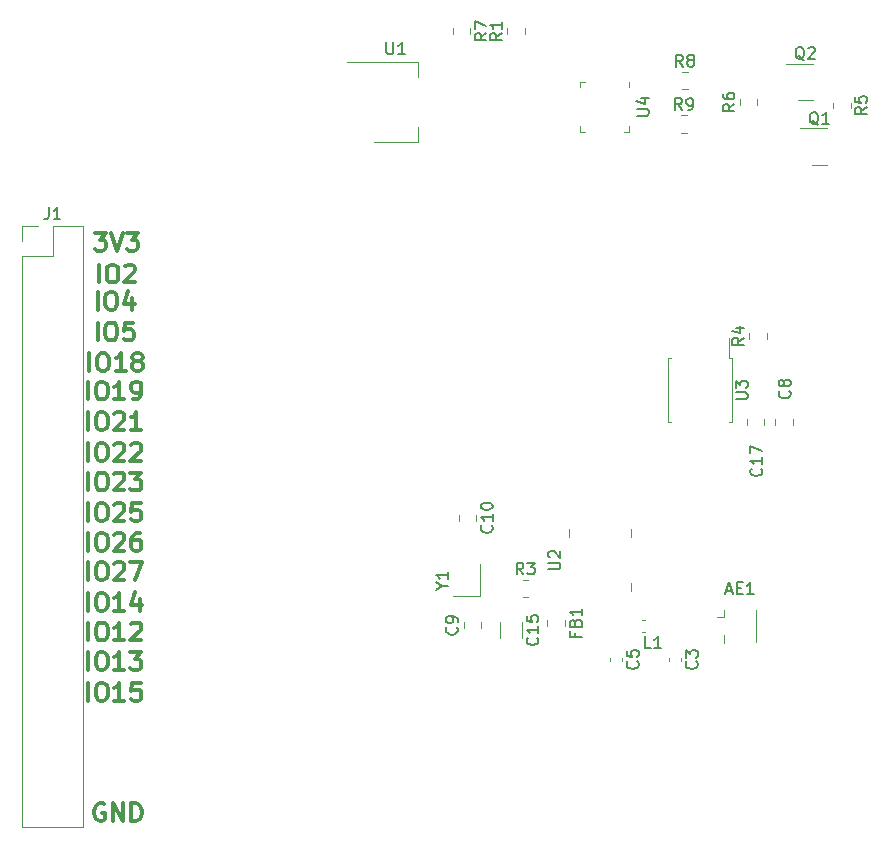
<source format=gbr>
%TF.GenerationSoftware,KiCad,Pcbnew,6.0.11-3.fc37*%
%TF.CreationDate,2023-03-10T11:04:47-06:00*%
%TF.ProjectId,ESP32,45535033-322e-46b6-9963-61645f706362,rev?*%
%TF.SameCoordinates,Original*%
%TF.FileFunction,Legend,Top*%
%TF.FilePolarity,Positive*%
%FSLAX46Y46*%
G04 Gerber Fmt 4.6, Leading zero omitted, Abs format (unit mm)*
G04 Created by KiCad (PCBNEW 6.0.11-3.fc37) date 2023-03-10 11:04:47*
%MOMM*%
%LPD*%
G01*
G04 APERTURE LIST*
%ADD10C,0.300000*%
%ADD11C,0.150000*%
%ADD12C,0.120000*%
G04 APERTURE END LIST*
D10*
X26685714Y-64078571D02*
X26685714Y-62578571D01*
X27685714Y-62578571D02*
X27971428Y-62578571D01*
X28114285Y-62650000D01*
X28257142Y-62792857D01*
X28328571Y-63078571D01*
X28328571Y-63578571D01*
X28257142Y-63864285D01*
X28114285Y-64007142D01*
X27971428Y-64078571D01*
X27685714Y-64078571D01*
X27542857Y-64007142D01*
X27400000Y-63864285D01*
X27328571Y-63578571D01*
X27328571Y-63078571D01*
X27400000Y-62792857D01*
X27542857Y-62650000D01*
X27685714Y-62578571D01*
X28900000Y-62721428D02*
X28971428Y-62650000D01*
X29114285Y-62578571D01*
X29471428Y-62578571D01*
X29614285Y-62650000D01*
X29685714Y-62721428D01*
X29757142Y-62864285D01*
X29757142Y-63007142D01*
X29685714Y-63221428D01*
X28828571Y-64078571D01*
X29757142Y-64078571D01*
X30257142Y-62578571D02*
X31185714Y-62578571D01*
X30685714Y-63150000D01*
X30900000Y-63150000D01*
X31042857Y-63221428D01*
X31114285Y-63292857D01*
X31185714Y-63435714D01*
X31185714Y-63792857D01*
X31114285Y-63935714D01*
X31042857Y-64007142D01*
X30900000Y-64078571D01*
X30471428Y-64078571D01*
X30328571Y-64007142D01*
X30257142Y-63935714D01*
X26685714Y-81878571D02*
X26685714Y-80378571D01*
X27685714Y-80378571D02*
X27971428Y-80378571D01*
X28114285Y-80450000D01*
X28257142Y-80592857D01*
X28328571Y-80878571D01*
X28328571Y-81378571D01*
X28257142Y-81664285D01*
X28114285Y-81807142D01*
X27971428Y-81878571D01*
X27685714Y-81878571D01*
X27542857Y-81807142D01*
X27400000Y-81664285D01*
X27328571Y-81378571D01*
X27328571Y-80878571D01*
X27400000Y-80592857D01*
X27542857Y-80450000D01*
X27685714Y-80378571D01*
X29757142Y-81878571D02*
X28900000Y-81878571D01*
X29328571Y-81878571D02*
X29328571Y-80378571D01*
X29185714Y-80592857D01*
X29042857Y-80735714D01*
X28900000Y-80807142D01*
X31114285Y-80378571D02*
X30400000Y-80378571D01*
X30328571Y-81092857D01*
X30400000Y-81021428D01*
X30542857Y-80950000D01*
X30900000Y-80950000D01*
X31042857Y-81021428D01*
X31114285Y-81092857D01*
X31185714Y-81235714D01*
X31185714Y-81592857D01*
X31114285Y-81735714D01*
X31042857Y-81807142D01*
X30900000Y-81878571D01*
X30542857Y-81878571D01*
X30400000Y-81807142D01*
X30328571Y-81735714D01*
X28057142Y-90650000D02*
X27914285Y-90578571D01*
X27700000Y-90578571D01*
X27485714Y-90650000D01*
X27342857Y-90792857D01*
X27271428Y-90935714D01*
X27200000Y-91221428D01*
X27200000Y-91435714D01*
X27271428Y-91721428D01*
X27342857Y-91864285D01*
X27485714Y-92007142D01*
X27700000Y-92078571D01*
X27842857Y-92078571D01*
X28057142Y-92007142D01*
X28128571Y-91935714D01*
X28128571Y-91435714D01*
X27842857Y-91435714D01*
X28771428Y-92078571D02*
X28771428Y-90578571D01*
X29628571Y-92078571D01*
X29628571Y-90578571D01*
X30342857Y-92078571D02*
X30342857Y-90578571D01*
X30700000Y-90578571D01*
X30914285Y-90650000D01*
X31057142Y-90792857D01*
X31128571Y-90935714D01*
X31200000Y-91221428D01*
X31200000Y-91435714D01*
X31128571Y-91721428D01*
X31057142Y-91864285D01*
X30914285Y-92007142D01*
X30700000Y-92078571D01*
X30342857Y-92078571D01*
X26685714Y-61578571D02*
X26685714Y-60078571D01*
X27685714Y-60078571D02*
X27971428Y-60078571D01*
X28114285Y-60150000D01*
X28257142Y-60292857D01*
X28328571Y-60578571D01*
X28328571Y-61078571D01*
X28257142Y-61364285D01*
X28114285Y-61507142D01*
X27971428Y-61578571D01*
X27685714Y-61578571D01*
X27542857Y-61507142D01*
X27400000Y-61364285D01*
X27328571Y-61078571D01*
X27328571Y-60578571D01*
X27400000Y-60292857D01*
X27542857Y-60150000D01*
X27685714Y-60078571D01*
X28900000Y-60221428D02*
X28971428Y-60150000D01*
X29114285Y-60078571D01*
X29471428Y-60078571D01*
X29614285Y-60150000D01*
X29685714Y-60221428D01*
X29757142Y-60364285D01*
X29757142Y-60507142D01*
X29685714Y-60721428D01*
X28828571Y-61578571D01*
X29757142Y-61578571D01*
X30328571Y-60221428D02*
X30400000Y-60150000D01*
X30542857Y-60078571D01*
X30900000Y-60078571D01*
X31042857Y-60150000D01*
X31114285Y-60221428D01*
X31185714Y-60364285D01*
X31185714Y-60507142D01*
X31114285Y-60721428D01*
X30257142Y-61578571D01*
X31185714Y-61578571D01*
X26685714Y-58978571D02*
X26685714Y-57478571D01*
X27685714Y-57478571D02*
X27971428Y-57478571D01*
X28114285Y-57550000D01*
X28257142Y-57692857D01*
X28328571Y-57978571D01*
X28328571Y-58478571D01*
X28257142Y-58764285D01*
X28114285Y-58907142D01*
X27971428Y-58978571D01*
X27685714Y-58978571D01*
X27542857Y-58907142D01*
X27400000Y-58764285D01*
X27328571Y-58478571D01*
X27328571Y-57978571D01*
X27400000Y-57692857D01*
X27542857Y-57550000D01*
X27685714Y-57478571D01*
X28900000Y-57621428D02*
X28971428Y-57550000D01*
X29114285Y-57478571D01*
X29471428Y-57478571D01*
X29614285Y-57550000D01*
X29685714Y-57621428D01*
X29757142Y-57764285D01*
X29757142Y-57907142D01*
X29685714Y-58121428D01*
X28828571Y-58978571D01*
X29757142Y-58978571D01*
X31185714Y-58978571D02*
X30328571Y-58978571D01*
X30757142Y-58978571D02*
X30757142Y-57478571D01*
X30614285Y-57692857D01*
X30471428Y-57835714D01*
X30328571Y-57907142D01*
X27500000Y-48778571D02*
X27500000Y-47278571D01*
X28500000Y-47278571D02*
X28785714Y-47278571D01*
X28928571Y-47350000D01*
X29071428Y-47492857D01*
X29142857Y-47778571D01*
X29142857Y-48278571D01*
X29071428Y-48564285D01*
X28928571Y-48707142D01*
X28785714Y-48778571D01*
X28500000Y-48778571D01*
X28357142Y-48707142D01*
X28214285Y-48564285D01*
X28142857Y-48278571D01*
X28142857Y-47778571D01*
X28214285Y-47492857D01*
X28357142Y-47350000D01*
X28500000Y-47278571D01*
X30428571Y-47778571D02*
X30428571Y-48778571D01*
X30071428Y-47207142D02*
X29714285Y-48278571D01*
X30642857Y-48278571D01*
X26685714Y-76778571D02*
X26685714Y-75278571D01*
X27685714Y-75278571D02*
X27971428Y-75278571D01*
X28114285Y-75350000D01*
X28257142Y-75492857D01*
X28328571Y-75778571D01*
X28328571Y-76278571D01*
X28257142Y-76564285D01*
X28114285Y-76707142D01*
X27971428Y-76778571D01*
X27685714Y-76778571D01*
X27542857Y-76707142D01*
X27400000Y-76564285D01*
X27328571Y-76278571D01*
X27328571Y-75778571D01*
X27400000Y-75492857D01*
X27542857Y-75350000D01*
X27685714Y-75278571D01*
X29757142Y-76778571D02*
X28900000Y-76778571D01*
X29328571Y-76778571D02*
X29328571Y-75278571D01*
X29185714Y-75492857D01*
X29042857Y-75635714D01*
X28900000Y-75707142D01*
X30328571Y-75421428D02*
X30400000Y-75350000D01*
X30542857Y-75278571D01*
X30900000Y-75278571D01*
X31042857Y-75350000D01*
X31114285Y-75421428D01*
X31185714Y-75564285D01*
X31185714Y-75707142D01*
X31114285Y-75921428D01*
X30257142Y-76778571D01*
X31185714Y-76778571D01*
X27600000Y-46478571D02*
X27600000Y-44978571D01*
X28600000Y-44978571D02*
X28885714Y-44978571D01*
X29028571Y-45050000D01*
X29171428Y-45192857D01*
X29242857Y-45478571D01*
X29242857Y-45978571D01*
X29171428Y-46264285D01*
X29028571Y-46407142D01*
X28885714Y-46478571D01*
X28600000Y-46478571D01*
X28457142Y-46407142D01*
X28314285Y-46264285D01*
X28242857Y-45978571D01*
X28242857Y-45478571D01*
X28314285Y-45192857D01*
X28457142Y-45050000D01*
X28600000Y-44978571D01*
X29814285Y-45121428D02*
X29885714Y-45050000D01*
X30028571Y-44978571D01*
X30385714Y-44978571D01*
X30528571Y-45050000D01*
X30600000Y-45121428D01*
X30671428Y-45264285D01*
X30671428Y-45407142D01*
X30600000Y-45621428D01*
X29742857Y-46478571D01*
X30671428Y-46478571D01*
X26785714Y-53978571D02*
X26785714Y-52478571D01*
X27785714Y-52478571D02*
X28071428Y-52478571D01*
X28214285Y-52550000D01*
X28357142Y-52692857D01*
X28428571Y-52978571D01*
X28428571Y-53478571D01*
X28357142Y-53764285D01*
X28214285Y-53907142D01*
X28071428Y-53978571D01*
X27785714Y-53978571D01*
X27642857Y-53907142D01*
X27500000Y-53764285D01*
X27428571Y-53478571D01*
X27428571Y-52978571D01*
X27500000Y-52692857D01*
X27642857Y-52550000D01*
X27785714Y-52478571D01*
X29857142Y-53978571D02*
X29000000Y-53978571D01*
X29428571Y-53978571D02*
X29428571Y-52478571D01*
X29285714Y-52692857D01*
X29142857Y-52835714D01*
X29000000Y-52907142D01*
X30714285Y-53121428D02*
X30571428Y-53050000D01*
X30500000Y-52978571D01*
X30428571Y-52835714D01*
X30428571Y-52764285D01*
X30500000Y-52621428D01*
X30571428Y-52550000D01*
X30714285Y-52478571D01*
X31000000Y-52478571D01*
X31142857Y-52550000D01*
X31214285Y-52621428D01*
X31285714Y-52764285D01*
X31285714Y-52835714D01*
X31214285Y-52978571D01*
X31142857Y-53050000D01*
X31000000Y-53121428D01*
X30714285Y-53121428D01*
X30571428Y-53192857D01*
X30500000Y-53264285D01*
X30428571Y-53407142D01*
X30428571Y-53692857D01*
X30500000Y-53835714D01*
X30571428Y-53907142D01*
X30714285Y-53978571D01*
X31000000Y-53978571D01*
X31142857Y-53907142D01*
X31214285Y-53835714D01*
X31285714Y-53692857D01*
X31285714Y-53407142D01*
X31214285Y-53264285D01*
X31142857Y-53192857D01*
X31000000Y-53121428D01*
X26685714Y-69178571D02*
X26685714Y-67678571D01*
X27685714Y-67678571D02*
X27971428Y-67678571D01*
X28114285Y-67750000D01*
X28257142Y-67892857D01*
X28328571Y-68178571D01*
X28328571Y-68678571D01*
X28257142Y-68964285D01*
X28114285Y-69107142D01*
X27971428Y-69178571D01*
X27685714Y-69178571D01*
X27542857Y-69107142D01*
X27400000Y-68964285D01*
X27328571Y-68678571D01*
X27328571Y-68178571D01*
X27400000Y-67892857D01*
X27542857Y-67750000D01*
X27685714Y-67678571D01*
X28900000Y-67821428D02*
X28971428Y-67750000D01*
X29114285Y-67678571D01*
X29471428Y-67678571D01*
X29614285Y-67750000D01*
X29685714Y-67821428D01*
X29757142Y-67964285D01*
X29757142Y-68107142D01*
X29685714Y-68321428D01*
X28828571Y-69178571D01*
X29757142Y-69178571D01*
X31042857Y-67678571D02*
X30757142Y-67678571D01*
X30614285Y-67750000D01*
X30542857Y-67821428D01*
X30400000Y-68035714D01*
X30328571Y-68321428D01*
X30328571Y-68892857D01*
X30400000Y-69035714D01*
X30471428Y-69107142D01*
X30614285Y-69178571D01*
X30900000Y-69178571D01*
X31042857Y-69107142D01*
X31114285Y-69035714D01*
X31185714Y-68892857D01*
X31185714Y-68535714D01*
X31114285Y-68392857D01*
X31042857Y-68321428D01*
X30900000Y-68250000D01*
X30614285Y-68250000D01*
X30471428Y-68321428D01*
X30400000Y-68392857D01*
X30328571Y-68535714D01*
X27242857Y-42278571D02*
X28171428Y-42278571D01*
X27671428Y-42850000D01*
X27885714Y-42850000D01*
X28028571Y-42921428D01*
X28100000Y-42992857D01*
X28171428Y-43135714D01*
X28171428Y-43492857D01*
X28100000Y-43635714D01*
X28028571Y-43707142D01*
X27885714Y-43778571D01*
X27457142Y-43778571D01*
X27314285Y-43707142D01*
X27242857Y-43635714D01*
X28600000Y-42278571D02*
X29100000Y-43778571D01*
X29600000Y-42278571D01*
X29957142Y-42278571D02*
X30885714Y-42278571D01*
X30385714Y-42850000D01*
X30600000Y-42850000D01*
X30742857Y-42921428D01*
X30814285Y-42992857D01*
X30885714Y-43135714D01*
X30885714Y-43492857D01*
X30814285Y-43635714D01*
X30742857Y-43707142D01*
X30600000Y-43778571D01*
X30171428Y-43778571D01*
X30028571Y-43707142D01*
X29957142Y-43635714D01*
X26685714Y-56378571D02*
X26685714Y-54878571D01*
X27685714Y-54878571D02*
X27971428Y-54878571D01*
X28114285Y-54950000D01*
X28257142Y-55092857D01*
X28328571Y-55378571D01*
X28328571Y-55878571D01*
X28257142Y-56164285D01*
X28114285Y-56307142D01*
X27971428Y-56378571D01*
X27685714Y-56378571D01*
X27542857Y-56307142D01*
X27400000Y-56164285D01*
X27328571Y-55878571D01*
X27328571Y-55378571D01*
X27400000Y-55092857D01*
X27542857Y-54950000D01*
X27685714Y-54878571D01*
X29757142Y-56378571D02*
X28900000Y-56378571D01*
X29328571Y-56378571D02*
X29328571Y-54878571D01*
X29185714Y-55092857D01*
X29042857Y-55235714D01*
X28900000Y-55307142D01*
X30471428Y-56378571D02*
X30757142Y-56378571D01*
X30900000Y-56307142D01*
X30971428Y-56235714D01*
X31114285Y-56021428D01*
X31185714Y-55735714D01*
X31185714Y-55164285D01*
X31114285Y-55021428D01*
X31042857Y-54950000D01*
X30900000Y-54878571D01*
X30614285Y-54878571D01*
X30471428Y-54950000D01*
X30400000Y-55021428D01*
X30328571Y-55164285D01*
X30328571Y-55521428D01*
X30400000Y-55664285D01*
X30471428Y-55735714D01*
X30614285Y-55807142D01*
X30900000Y-55807142D01*
X31042857Y-55735714D01*
X31114285Y-55664285D01*
X31185714Y-55521428D01*
X26685714Y-74278571D02*
X26685714Y-72778571D01*
X27685714Y-72778571D02*
X27971428Y-72778571D01*
X28114285Y-72850000D01*
X28257142Y-72992857D01*
X28328571Y-73278571D01*
X28328571Y-73778571D01*
X28257142Y-74064285D01*
X28114285Y-74207142D01*
X27971428Y-74278571D01*
X27685714Y-74278571D01*
X27542857Y-74207142D01*
X27400000Y-74064285D01*
X27328571Y-73778571D01*
X27328571Y-73278571D01*
X27400000Y-72992857D01*
X27542857Y-72850000D01*
X27685714Y-72778571D01*
X29757142Y-74278571D02*
X28900000Y-74278571D01*
X29328571Y-74278571D02*
X29328571Y-72778571D01*
X29185714Y-72992857D01*
X29042857Y-73135714D01*
X28900000Y-73207142D01*
X31042857Y-73278571D02*
X31042857Y-74278571D01*
X30685714Y-72707142D02*
X30328571Y-73778571D01*
X31257142Y-73778571D01*
X26685714Y-79278571D02*
X26685714Y-77778571D01*
X27685714Y-77778571D02*
X27971428Y-77778571D01*
X28114285Y-77850000D01*
X28257142Y-77992857D01*
X28328571Y-78278571D01*
X28328571Y-78778571D01*
X28257142Y-79064285D01*
X28114285Y-79207142D01*
X27971428Y-79278571D01*
X27685714Y-79278571D01*
X27542857Y-79207142D01*
X27400000Y-79064285D01*
X27328571Y-78778571D01*
X27328571Y-78278571D01*
X27400000Y-77992857D01*
X27542857Y-77850000D01*
X27685714Y-77778571D01*
X29757142Y-79278571D02*
X28900000Y-79278571D01*
X29328571Y-79278571D02*
X29328571Y-77778571D01*
X29185714Y-77992857D01*
X29042857Y-78135714D01*
X28900000Y-78207142D01*
X30257142Y-77778571D02*
X31185714Y-77778571D01*
X30685714Y-78350000D01*
X30900000Y-78350000D01*
X31042857Y-78421428D01*
X31114285Y-78492857D01*
X31185714Y-78635714D01*
X31185714Y-78992857D01*
X31114285Y-79135714D01*
X31042857Y-79207142D01*
X30900000Y-79278571D01*
X30471428Y-79278571D01*
X30328571Y-79207142D01*
X30257142Y-79135714D01*
X27500000Y-51378571D02*
X27500000Y-49878571D01*
X28500000Y-49878571D02*
X28785714Y-49878571D01*
X28928571Y-49950000D01*
X29071428Y-50092857D01*
X29142857Y-50378571D01*
X29142857Y-50878571D01*
X29071428Y-51164285D01*
X28928571Y-51307142D01*
X28785714Y-51378571D01*
X28500000Y-51378571D01*
X28357142Y-51307142D01*
X28214285Y-51164285D01*
X28142857Y-50878571D01*
X28142857Y-50378571D01*
X28214285Y-50092857D01*
X28357142Y-49950000D01*
X28500000Y-49878571D01*
X30500000Y-49878571D02*
X29785714Y-49878571D01*
X29714285Y-50592857D01*
X29785714Y-50521428D01*
X29928571Y-50450000D01*
X30285714Y-50450000D01*
X30428571Y-50521428D01*
X30500000Y-50592857D01*
X30571428Y-50735714D01*
X30571428Y-51092857D01*
X30500000Y-51235714D01*
X30428571Y-51307142D01*
X30285714Y-51378571D01*
X29928571Y-51378571D01*
X29785714Y-51307142D01*
X29714285Y-51235714D01*
X26685714Y-71678571D02*
X26685714Y-70178571D01*
X27685714Y-70178571D02*
X27971428Y-70178571D01*
X28114285Y-70250000D01*
X28257142Y-70392857D01*
X28328571Y-70678571D01*
X28328571Y-71178571D01*
X28257142Y-71464285D01*
X28114285Y-71607142D01*
X27971428Y-71678571D01*
X27685714Y-71678571D01*
X27542857Y-71607142D01*
X27400000Y-71464285D01*
X27328571Y-71178571D01*
X27328571Y-70678571D01*
X27400000Y-70392857D01*
X27542857Y-70250000D01*
X27685714Y-70178571D01*
X28900000Y-70321428D02*
X28971428Y-70250000D01*
X29114285Y-70178571D01*
X29471428Y-70178571D01*
X29614285Y-70250000D01*
X29685714Y-70321428D01*
X29757142Y-70464285D01*
X29757142Y-70607142D01*
X29685714Y-70821428D01*
X28828571Y-71678571D01*
X29757142Y-71678571D01*
X30257142Y-70178571D02*
X31257142Y-70178571D01*
X30614285Y-71678571D01*
X26685714Y-66678571D02*
X26685714Y-65178571D01*
X27685714Y-65178571D02*
X27971428Y-65178571D01*
X28114285Y-65250000D01*
X28257142Y-65392857D01*
X28328571Y-65678571D01*
X28328571Y-66178571D01*
X28257142Y-66464285D01*
X28114285Y-66607142D01*
X27971428Y-66678571D01*
X27685714Y-66678571D01*
X27542857Y-66607142D01*
X27400000Y-66464285D01*
X27328571Y-66178571D01*
X27328571Y-65678571D01*
X27400000Y-65392857D01*
X27542857Y-65250000D01*
X27685714Y-65178571D01*
X28900000Y-65321428D02*
X28971428Y-65250000D01*
X29114285Y-65178571D01*
X29471428Y-65178571D01*
X29614285Y-65250000D01*
X29685714Y-65321428D01*
X29757142Y-65464285D01*
X29757142Y-65607142D01*
X29685714Y-65821428D01*
X28828571Y-66678571D01*
X29757142Y-66678571D01*
X31114285Y-65178571D02*
X30400000Y-65178571D01*
X30328571Y-65892857D01*
X30400000Y-65821428D01*
X30542857Y-65750000D01*
X30900000Y-65750000D01*
X31042857Y-65821428D01*
X31114285Y-65892857D01*
X31185714Y-66035714D01*
X31185714Y-66392857D01*
X31114285Y-66535714D01*
X31042857Y-66607142D01*
X30900000Y-66678571D01*
X30542857Y-66678571D01*
X30400000Y-66607142D01*
X30328571Y-66535714D01*
D11*
%TO.C,U3*%
X81512380Y-56361904D02*
X82321904Y-56361904D01*
X82417142Y-56314285D01*
X82464761Y-56266666D01*
X82512380Y-56171428D01*
X82512380Y-55980952D01*
X82464761Y-55885714D01*
X82417142Y-55838095D01*
X82321904Y-55790476D01*
X81512380Y-55790476D01*
X81512380Y-55409523D02*
X81512380Y-54790476D01*
X81893333Y-55123809D01*
X81893333Y-54980952D01*
X81940952Y-54885714D01*
X81988571Y-54838095D01*
X82083809Y-54790476D01*
X82321904Y-54790476D01*
X82417142Y-54838095D01*
X82464761Y-54885714D01*
X82512380Y-54980952D01*
X82512380Y-55266666D01*
X82464761Y-55361904D01*
X82417142Y-55409523D01*
%TO.C,AE1*%
X80708333Y-72566666D02*
X81184523Y-72566666D01*
X80613095Y-72852380D02*
X80946428Y-71852380D01*
X81279761Y-72852380D01*
X81613095Y-72328571D02*
X81946428Y-72328571D01*
X82089285Y-72852380D02*
X81613095Y-72852380D01*
X81613095Y-71852380D01*
X82089285Y-71852380D01*
X83041666Y-72852380D02*
X82470238Y-72852380D01*
X82755952Y-72852380D02*
X82755952Y-71852380D01*
X82660714Y-71995238D01*
X82565476Y-72090476D01*
X82470238Y-72138095D01*
%TO.C,U1*%
X51938095Y-26152380D02*
X51938095Y-26961904D01*
X51985714Y-27057142D01*
X52033333Y-27104761D01*
X52128571Y-27152380D01*
X52319047Y-27152380D01*
X52414285Y-27104761D01*
X52461904Y-27057142D01*
X52509523Y-26961904D01*
X52509523Y-26152380D01*
X53509523Y-27152380D02*
X52938095Y-27152380D01*
X53223809Y-27152380D02*
X53223809Y-26152380D01*
X53128571Y-26295238D01*
X53033333Y-26390476D01*
X52938095Y-26438095D01*
%TO.C,R9*%
X76958333Y-31877380D02*
X76625000Y-31401190D01*
X76386904Y-31877380D02*
X76386904Y-30877380D01*
X76767857Y-30877380D01*
X76863095Y-30925000D01*
X76910714Y-30972619D01*
X76958333Y-31067857D01*
X76958333Y-31210714D01*
X76910714Y-31305952D01*
X76863095Y-31353571D01*
X76767857Y-31401190D01*
X76386904Y-31401190D01*
X77434523Y-31877380D02*
X77625000Y-31877380D01*
X77720238Y-31829761D01*
X77767857Y-31782142D01*
X77863095Y-31639285D01*
X77910714Y-31448809D01*
X77910714Y-31067857D01*
X77863095Y-30972619D01*
X77815476Y-30925000D01*
X77720238Y-30877380D01*
X77529761Y-30877380D01*
X77434523Y-30925000D01*
X77386904Y-30972619D01*
X77339285Y-31067857D01*
X77339285Y-31305952D01*
X77386904Y-31401190D01*
X77434523Y-31448809D01*
X77529761Y-31496428D01*
X77720238Y-31496428D01*
X77815476Y-31448809D01*
X77863095Y-31401190D01*
X77910714Y-31305952D01*
%TO.C,Y1*%
X56676190Y-72176190D02*
X57152380Y-72176190D01*
X56152380Y-72509523D02*
X56676190Y-72176190D01*
X56152380Y-71842857D01*
X57152380Y-70985714D02*
X57152380Y-71557142D01*
X57152380Y-71271428D02*
X56152380Y-71271428D01*
X56295238Y-71366666D01*
X56390476Y-71461904D01*
X56438095Y-71557142D01*
%TO.C,R7*%
X60402380Y-25366666D02*
X59926190Y-25700000D01*
X60402380Y-25938095D02*
X59402380Y-25938095D01*
X59402380Y-25557142D01*
X59450000Y-25461904D01*
X59497619Y-25414285D01*
X59592857Y-25366666D01*
X59735714Y-25366666D01*
X59830952Y-25414285D01*
X59878571Y-25461904D01*
X59926190Y-25557142D01*
X59926190Y-25938095D01*
X59402380Y-25033333D02*
X59402380Y-24366666D01*
X60402380Y-24795238D01*
%TO.C,R6*%
X81402380Y-31366666D02*
X80926190Y-31700000D01*
X81402380Y-31938095D02*
X80402380Y-31938095D01*
X80402380Y-31557142D01*
X80450000Y-31461904D01*
X80497619Y-31414285D01*
X80592857Y-31366666D01*
X80735714Y-31366666D01*
X80830952Y-31414285D01*
X80878571Y-31461904D01*
X80926190Y-31557142D01*
X80926190Y-31938095D01*
X80402380Y-30509523D02*
X80402380Y-30700000D01*
X80450000Y-30795238D01*
X80497619Y-30842857D01*
X80640476Y-30938095D01*
X80830952Y-30985714D01*
X81211904Y-30985714D01*
X81307142Y-30938095D01*
X81354761Y-30890476D01*
X81402380Y-30795238D01*
X81402380Y-30604761D01*
X81354761Y-30509523D01*
X81307142Y-30461904D01*
X81211904Y-30414285D01*
X80973809Y-30414285D01*
X80878571Y-30461904D01*
X80830952Y-30509523D01*
X80783333Y-30604761D01*
X80783333Y-30795238D01*
X80830952Y-30890476D01*
X80878571Y-30938095D01*
X80973809Y-30985714D01*
%TO.C,R5*%
X92602380Y-31654166D02*
X92126190Y-31987500D01*
X92602380Y-32225595D02*
X91602380Y-32225595D01*
X91602380Y-31844642D01*
X91650000Y-31749404D01*
X91697619Y-31701785D01*
X91792857Y-31654166D01*
X91935714Y-31654166D01*
X92030952Y-31701785D01*
X92078571Y-31749404D01*
X92126190Y-31844642D01*
X92126190Y-32225595D01*
X91602380Y-30749404D02*
X91602380Y-31225595D01*
X92078571Y-31273214D01*
X92030952Y-31225595D01*
X91983333Y-31130357D01*
X91983333Y-30892261D01*
X92030952Y-30797023D01*
X92078571Y-30749404D01*
X92173809Y-30701785D01*
X92411904Y-30701785D01*
X92507142Y-30749404D01*
X92554761Y-30797023D01*
X92602380Y-30892261D01*
X92602380Y-31130357D01*
X92554761Y-31225595D01*
X92507142Y-31273214D01*
%TO.C,L1*%
X74333333Y-77452380D02*
X73857142Y-77452380D01*
X73857142Y-76452380D01*
X75190476Y-77452380D02*
X74619047Y-77452380D01*
X74904761Y-77452380D02*
X74904761Y-76452380D01*
X74809523Y-76595238D01*
X74714285Y-76690476D01*
X74619047Y-76738095D01*
%TO.C,R4*%
X82202380Y-51166666D02*
X81726190Y-51500000D01*
X82202380Y-51738095D02*
X81202380Y-51738095D01*
X81202380Y-51357142D01*
X81250000Y-51261904D01*
X81297619Y-51214285D01*
X81392857Y-51166666D01*
X81535714Y-51166666D01*
X81630952Y-51214285D01*
X81678571Y-51261904D01*
X81726190Y-51357142D01*
X81726190Y-51738095D01*
X81535714Y-50309523D02*
X82202380Y-50309523D01*
X81154761Y-50547619D02*
X81869047Y-50785714D01*
X81869047Y-50166666D01*
%TO.C,Q2*%
X87304761Y-27647619D02*
X87209523Y-27600000D01*
X87114285Y-27504761D01*
X86971428Y-27361904D01*
X86876190Y-27314285D01*
X86780952Y-27314285D01*
X86828571Y-27552380D02*
X86733333Y-27504761D01*
X86638095Y-27409523D01*
X86590476Y-27219047D01*
X86590476Y-26885714D01*
X86638095Y-26695238D01*
X86733333Y-26600000D01*
X86828571Y-26552380D01*
X87019047Y-26552380D01*
X87114285Y-26600000D01*
X87209523Y-26695238D01*
X87257142Y-26885714D01*
X87257142Y-27219047D01*
X87209523Y-27409523D01*
X87114285Y-27504761D01*
X87019047Y-27552380D01*
X86828571Y-27552380D01*
X87638095Y-26647619D02*
X87685714Y-26600000D01*
X87780952Y-26552380D01*
X88019047Y-26552380D01*
X88114285Y-26600000D01*
X88161904Y-26647619D01*
X88209523Y-26742857D01*
X88209523Y-26838095D01*
X88161904Y-26980952D01*
X87590476Y-27552380D01*
X88209523Y-27552380D01*
%TO.C,J1*%
X23336666Y-40122380D02*
X23336666Y-40836666D01*
X23289047Y-40979523D01*
X23193809Y-41074761D01*
X23050952Y-41122380D01*
X22955714Y-41122380D01*
X24336666Y-41122380D02*
X23765238Y-41122380D01*
X24050952Y-41122380D02*
X24050952Y-40122380D01*
X23955714Y-40265238D01*
X23860476Y-40360476D01*
X23765238Y-40408095D01*
%TO.C,C9*%
X57877142Y-75666666D02*
X57924761Y-75714285D01*
X57972380Y-75857142D01*
X57972380Y-75952380D01*
X57924761Y-76095238D01*
X57829523Y-76190476D01*
X57734285Y-76238095D01*
X57543809Y-76285714D01*
X57400952Y-76285714D01*
X57210476Y-76238095D01*
X57115238Y-76190476D01*
X57020000Y-76095238D01*
X56972380Y-75952380D01*
X56972380Y-75857142D01*
X57020000Y-75714285D01*
X57067619Y-75666666D01*
X57972380Y-75190476D02*
X57972380Y-75000000D01*
X57924761Y-74904761D01*
X57877142Y-74857142D01*
X57734285Y-74761904D01*
X57543809Y-74714285D01*
X57162857Y-74714285D01*
X57067619Y-74761904D01*
X57020000Y-74809523D01*
X56972380Y-74904761D01*
X56972380Y-75095238D01*
X57020000Y-75190476D01*
X57067619Y-75238095D01*
X57162857Y-75285714D01*
X57400952Y-75285714D01*
X57496190Y-75238095D01*
X57543809Y-75190476D01*
X57591428Y-75095238D01*
X57591428Y-74904761D01*
X57543809Y-74809523D01*
X57496190Y-74761904D01*
X57400952Y-74714285D01*
%TO.C,R8*%
X77033333Y-28202380D02*
X76700000Y-27726190D01*
X76461904Y-28202380D02*
X76461904Y-27202380D01*
X76842857Y-27202380D01*
X76938095Y-27250000D01*
X76985714Y-27297619D01*
X77033333Y-27392857D01*
X77033333Y-27535714D01*
X76985714Y-27630952D01*
X76938095Y-27678571D01*
X76842857Y-27726190D01*
X76461904Y-27726190D01*
X77604761Y-27630952D02*
X77509523Y-27583333D01*
X77461904Y-27535714D01*
X77414285Y-27440476D01*
X77414285Y-27392857D01*
X77461904Y-27297619D01*
X77509523Y-27250000D01*
X77604761Y-27202380D01*
X77795238Y-27202380D01*
X77890476Y-27250000D01*
X77938095Y-27297619D01*
X77985714Y-27392857D01*
X77985714Y-27440476D01*
X77938095Y-27535714D01*
X77890476Y-27583333D01*
X77795238Y-27630952D01*
X77604761Y-27630952D01*
X77509523Y-27678571D01*
X77461904Y-27726190D01*
X77414285Y-27821428D01*
X77414285Y-28011904D01*
X77461904Y-28107142D01*
X77509523Y-28154761D01*
X77604761Y-28202380D01*
X77795238Y-28202380D01*
X77890476Y-28154761D01*
X77938095Y-28107142D01*
X77985714Y-28011904D01*
X77985714Y-27821428D01*
X77938095Y-27726190D01*
X77890476Y-27678571D01*
X77795238Y-27630952D01*
%TO.C,C3*%
X78187142Y-78566666D02*
X78234761Y-78614285D01*
X78282380Y-78757142D01*
X78282380Y-78852380D01*
X78234761Y-78995238D01*
X78139523Y-79090476D01*
X78044285Y-79138095D01*
X77853809Y-79185714D01*
X77710952Y-79185714D01*
X77520476Y-79138095D01*
X77425238Y-79090476D01*
X77330000Y-78995238D01*
X77282380Y-78852380D01*
X77282380Y-78757142D01*
X77330000Y-78614285D01*
X77377619Y-78566666D01*
X77282380Y-78233333D02*
X77282380Y-77614285D01*
X77663333Y-77947619D01*
X77663333Y-77804761D01*
X77710952Y-77709523D01*
X77758571Y-77661904D01*
X77853809Y-77614285D01*
X78091904Y-77614285D01*
X78187142Y-77661904D01*
X78234761Y-77709523D01*
X78282380Y-77804761D01*
X78282380Y-78090476D01*
X78234761Y-78185714D01*
X78187142Y-78233333D01*
%TO.C,FB1*%
X67928571Y-76133333D02*
X67928571Y-76466666D01*
X68452380Y-76466666D02*
X67452380Y-76466666D01*
X67452380Y-75990476D01*
X67928571Y-75276190D02*
X67976190Y-75133333D01*
X68023809Y-75085714D01*
X68119047Y-75038095D01*
X68261904Y-75038095D01*
X68357142Y-75085714D01*
X68404761Y-75133333D01*
X68452380Y-75228571D01*
X68452380Y-75609523D01*
X67452380Y-75609523D01*
X67452380Y-75276190D01*
X67500000Y-75180952D01*
X67547619Y-75133333D01*
X67642857Y-75085714D01*
X67738095Y-75085714D01*
X67833333Y-75133333D01*
X67880952Y-75180952D01*
X67928571Y-75276190D01*
X67928571Y-75609523D01*
X68452380Y-74085714D02*
X68452380Y-74657142D01*
X68452380Y-74371428D02*
X67452380Y-74371428D01*
X67595238Y-74466666D01*
X67690476Y-74561904D01*
X67738095Y-74657142D01*
%TO.C,C10*%
X60837142Y-67042857D02*
X60884761Y-67090476D01*
X60932380Y-67233333D01*
X60932380Y-67328571D01*
X60884761Y-67471428D01*
X60789523Y-67566666D01*
X60694285Y-67614285D01*
X60503809Y-67661904D01*
X60360952Y-67661904D01*
X60170476Y-67614285D01*
X60075238Y-67566666D01*
X59980000Y-67471428D01*
X59932380Y-67328571D01*
X59932380Y-67233333D01*
X59980000Y-67090476D01*
X60027619Y-67042857D01*
X60932380Y-66090476D02*
X60932380Y-66661904D01*
X60932380Y-66376190D02*
X59932380Y-66376190D01*
X60075238Y-66471428D01*
X60170476Y-66566666D01*
X60218095Y-66661904D01*
X59932380Y-65471428D02*
X59932380Y-65376190D01*
X59980000Y-65280952D01*
X60027619Y-65233333D01*
X60122857Y-65185714D01*
X60313333Y-65138095D01*
X60551428Y-65138095D01*
X60741904Y-65185714D01*
X60837142Y-65233333D01*
X60884761Y-65280952D01*
X60932380Y-65376190D01*
X60932380Y-65471428D01*
X60884761Y-65566666D01*
X60837142Y-65614285D01*
X60741904Y-65661904D01*
X60551428Y-65709523D01*
X60313333Y-65709523D01*
X60122857Y-65661904D01*
X60027619Y-65614285D01*
X59980000Y-65566666D01*
X59932380Y-65471428D01*
%TO.C,U4*%
X73152380Y-32361904D02*
X73961904Y-32361904D01*
X74057142Y-32314285D01*
X74104761Y-32266666D01*
X74152380Y-32171428D01*
X74152380Y-31980952D01*
X74104761Y-31885714D01*
X74057142Y-31838095D01*
X73961904Y-31790476D01*
X73152380Y-31790476D01*
X73485714Y-30885714D02*
X74152380Y-30885714D01*
X73104761Y-31123809D02*
X73819047Y-31361904D01*
X73819047Y-30742857D01*
%TO.C,C17*%
X83657142Y-62242857D02*
X83704761Y-62290476D01*
X83752380Y-62433333D01*
X83752380Y-62528571D01*
X83704761Y-62671428D01*
X83609523Y-62766666D01*
X83514285Y-62814285D01*
X83323809Y-62861904D01*
X83180952Y-62861904D01*
X82990476Y-62814285D01*
X82895238Y-62766666D01*
X82800000Y-62671428D01*
X82752380Y-62528571D01*
X82752380Y-62433333D01*
X82800000Y-62290476D01*
X82847619Y-62242857D01*
X83752380Y-61290476D02*
X83752380Y-61861904D01*
X83752380Y-61576190D02*
X82752380Y-61576190D01*
X82895238Y-61671428D01*
X82990476Y-61766666D01*
X83038095Y-61861904D01*
X82752380Y-60957142D02*
X82752380Y-60290476D01*
X83752380Y-60719047D01*
%TO.C,C15*%
X64707142Y-76542857D02*
X64754761Y-76590476D01*
X64802380Y-76733333D01*
X64802380Y-76828571D01*
X64754761Y-76971428D01*
X64659523Y-77066666D01*
X64564285Y-77114285D01*
X64373809Y-77161904D01*
X64230952Y-77161904D01*
X64040476Y-77114285D01*
X63945238Y-77066666D01*
X63850000Y-76971428D01*
X63802380Y-76828571D01*
X63802380Y-76733333D01*
X63850000Y-76590476D01*
X63897619Y-76542857D01*
X64802380Y-75590476D02*
X64802380Y-76161904D01*
X64802380Y-75876190D02*
X63802380Y-75876190D01*
X63945238Y-75971428D01*
X64040476Y-76066666D01*
X64088095Y-76161904D01*
X63802380Y-74685714D02*
X63802380Y-75161904D01*
X64278571Y-75209523D01*
X64230952Y-75161904D01*
X64183333Y-75066666D01*
X64183333Y-74828571D01*
X64230952Y-74733333D01*
X64278571Y-74685714D01*
X64373809Y-74638095D01*
X64611904Y-74638095D01*
X64707142Y-74685714D01*
X64754761Y-74733333D01*
X64802380Y-74828571D01*
X64802380Y-75066666D01*
X64754761Y-75161904D01*
X64707142Y-75209523D01*
%TO.C,R3*%
X63533333Y-71202380D02*
X63200000Y-70726190D01*
X62961904Y-71202380D02*
X62961904Y-70202380D01*
X63342857Y-70202380D01*
X63438095Y-70250000D01*
X63485714Y-70297619D01*
X63533333Y-70392857D01*
X63533333Y-70535714D01*
X63485714Y-70630952D01*
X63438095Y-70678571D01*
X63342857Y-70726190D01*
X62961904Y-70726190D01*
X63866666Y-70202380D02*
X64485714Y-70202380D01*
X64152380Y-70583333D01*
X64295238Y-70583333D01*
X64390476Y-70630952D01*
X64438095Y-70678571D01*
X64485714Y-70773809D01*
X64485714Y-71011904D01*
X64438095Y-71107142D01*
X64390476Y-71154761D01*
X64295238Y-71202380D01*
X64009523Y-71202380D01*
X63914285Y-71154761D01*
X63866666Y-71107142D01*
%TO.C,U2*%
X65652380Y-70761904D02*
X66461904Y-70761904D01*
X66557142Y-70714285D01*
X66604761Y-70666666D01*
X66652380Y-70571428D01*
X66652380Y-70380952D01*
X66604761Y-70285714D01*
X66557142Y-70238095D01*
X66461904Y-70190476D01*
X65652380Y-70190476D01*
X65747619Y-69761904D02*
X65700000Y-69714285D01*
X65652380Y-69619047D01*
X65652380Y-69380952D01*
X65700000Y-69285714D01*
X65747619Y-69238095D01*
X65842857Y-69190476D01*
X65938095Y-69190476D01*
X66080952Y-69238095D01*
X66652380Y-69809523D01*
X66652380Y-69190476D01*
%TO.C,C5*%
X73187142Y-78566666D02*
X73234761Y-78614285D01*
X73282380Y-78757142D01*
X73282380Y-78852380D01*
X73234761Y-78995238D01*
X73139523Y-79090476D01*
X73044285Y-79138095D01*
X72853809Y-79185714D01*
X72710952Y-79185714D01*
X72520476Y-79138095D01*
X72425238Y-79090476D01*
X72330000Y-78995238D01*
X72282380Y-78852380D01*
X72282380Y-78757142D01*
X72330000Y-78614285D01*
X72377619Y-78566666D01*
X72282380Y-77661904D02*
X72282380Y-78138095D01*
X72758571Y-78185714D01*
X72710952Y-78138095D01*
X72663333Y-78042857D01*
X72663333Y-77804761D01*
X72710952Y-77709523D01*
X72758571Y-77661904D01*
X72853809Y-77614285D01*
X73091904Y-77614285D01*
X73187142Y-77661904D01*
X73234761Y-77709523D01*
X73282380Y-77804761D01*
X73282380Y-78042857D01*
X73234761Y-78138095D01*
X73187142Y-78185714D01*
%TO.C,Q1*%
X88504761Y-33147619D02*
X88409523Y-33100000D01*
X88314285Y-33004761D01*
X88171428Y-32861904D01*
X88076190Y-32814285D01*
X87980952Y-32814285D01*
X88028571Y-33052380D02*
X87933333Y-33004761D01*
X87838095Y-32909523D01*
X87790476Y-32719047D01*
X87790476Y-32385714D01*
X87838095Y-32195238D01*
X87933333Y-32100000D01*
X88028571Y-32052380D01*
X88219047Y-32052380D01*
X88314285Y-32100000D01*
X88409523Y-32195238D01*
X88457142Y-32385714D01*
X88457142Y-32719047D01*
X88409523Y-32909523D01*
X88314285Y-33004761D01*
X88219047Y-33052380D01*
X88028571Y-33052380D01*
X89409523Y-33052380D02*
X88838095Y-33052380D01*
X89123809Y-33052380D02*
X89123809Y-32052380D01*
X89028571Y-32195238D01*
X88933333Y-32290476D01*
X88838095Y-32338095D01*
%TO.C,R1*%
X61702380Y-25366666D02*
X61226190Y-25700000D01*
X61702380Y-25938095D02*
X60702380Y-25938095D01*
X60702380Y-25557142D01*
X60750000Y-25461904D01*
X60797619Y-25414285D01*
X60892857Y-25366666D01*
X61035714Y-25366666D01*
X61130952Y-25414285D01*
X61178571Y-25461904D01*
X61226190Y-25557142D01*
X61226190Y-25938095D01*
X61702380Y-24414285D02*
X61702380Y-24985714D01*
X61702380Y-24700000D02*
X60702380Y-24700000D01*
X60845238Y-24795238D01*
X60940476Y-24890476D01*
X60988095Y-24985714D01*
%TO.C,C8*%
X86057142Y-55666666D02*
X86104761Y-55714285D01*
X86152380Y-55857142D01*
X86152380Y-55952380D01*
X86104761Y-56095238D01*
X86009523Y-56190476D01*
X85914285Y-56238095D01*
X85723809Y-56285714D01*
X85580952Y-56285714D01*
X85390476Y-56238095D01*
X85295238Y-56190476D01*
X85200000Y-56095238D01*
X85152380Y-55952380D01*
X85152380Y-55857142D01*
X85200000Y-55714285D01*
X85247619Y-55666666D01*
X85580952Y-55095238D02*
X85533333Y-55190476D01*
X85485714Y-55238095D01*
X85390476Y-55285714D01*
X85342857Y-55285714D01*
X85247619Y-55238095D01*
X85200000Y-55190476D01*
X85152380Y-55095238D01*
X85152380Y-54904761D01*
X85200000Y-54809523D01*
X85247619Y-54761904D01*
X85342857Y-54714285D01*
X85390476Y-54714285D01*
X85485714Y-54761904D01*
X85533333Y-54809523D01*
X85580952Y-54904761D01*
X85580952Y-55095238D01*
X85628571Y-55190476D01*
X85676190Y-55238095D01*
X85771428Y-55285714D01*
X85961904Y-55285714D01*
X86057142Y-55238095D01*
X86104761Y-55190476D01*
X86152380Y-55095238D01*
X86152380Y-54904761D01*
X86104761Y-54809523D01*
X86057142Y-54761904D01*
X85961904Y-54714285D01*
X85771428Y-54714285D01*
X85676190Y-54761904D01*
X85628571Y-54809523D01*
X85580952Y-54904761D01*
D12*
%TO.C,U3*%
X75775000Y-58325000D02*
X76035000Y-58325000D01*
X81225000Y-55600000D02*
X81225000Y-52875000D01*
X81225000Y-55600000D02*
X81225000Y-58325000D01*
X75775000Y-55600000D02*
X75775000Y-58325000D01*
X80965000Y-52875000D02*
X80965000Y-51200000D01*
X75775000Y-55600000D02*
X75775000Y-52875000D01*
X81225000Y-58325000D02*
X80965000Y-58325000D01*
X75775000Y-52875000D02*
X76035000Y-52875000D01*
X81225000Y-52875000D02*
X80965000Y-52875000D01*
%TO.C,AE1*%
X80515000Y-74840000D02*
X79885000Y-74840000D01*
X80515000Y-77000000D02*
X80515000Y-76360000D01*
X80515000Y-74200000D02*
X80515000Y-74840000D01*
X83235000Y-74250000D02*
X83235000Y-76950000D01*
%TO.C,U1*%
X48600000Y-27790000D02*
X54610000Y-27790000D01*
X50850000Y-34610000D02*
X54610000Y-34610000D01*
X54610000Y-34610000D02*
X54610000Y-33350000D01*
X54610000Y-27790000D02*
X54610000Y-29050000D01*
%TO.C,R9*%
X76897936Y-32340000D02*
X77352064Y-32340000D01*
X76897936Y-33810000D02*
X77352064Y-33810000D01*
%TO.C,Y1*%
X59850000Y-73050000D02*
X59850000Y-70350000D01*
X57550000Y-73050000D02*
X59850000Y-73050000D01*
%TO.C,R7*%
X57565000Y-24972936D02*
X57565000Y-25427064D01*
X59035000Y-24972936D02*
X59035000Y-25427064D01*
%TO.C,R6*%
X83335000Y-31427064D02*
X83335000Y-30972936D01*
X81865000Y-31427064D02*
X81865000Y-30972936D01*
%TO.C,R5*%
X91235000Y-31260436D02*
X91235000Y-31714564D01*
X89765000Y-31260436D02*
X89765000Y-31714564D01*
%TO.C,L1*%
X73862779Y-76110000D02*
X73537221Y-76110000D01*
X73862779Y-75090000D02*
X73537221Y-75090000D01*
%TO.C,R4*%
X84135000Y-51227064D02*
X84135000Y-50772936D01*
X82665000Y-51227064D02*
X82665000Y-50772936D01*
%TO.C,Q2*%
X87400000Y-31060000D02*
X88050000Y-31060000D01*
X87400000Y-31060000D02*
X86750000Y-31060000D01*
X87400000Y-27940000D02*
X85725000Y-27940000D01*
X87400000Y-27940000D02*
X88050000Y-27940000D01*
%TO.C,J1*%
X21070000Y-92590000D02*
X26270000Y-92590000D01*
X23670000Y-41670000D02*
X26270000Y-41670000D01*
X26270000Y-41670000D02*
X26270000Y-92590000D01*
X21070000Y-44270000D02*
X21070000Y-92590000D01*
X21070000Y-41670000D02*
X22400000Y-41670000D01*
X21070000Y-44270000D02*
X23670000Y-44270000D01*
X23670000Y-44270000D02*
X23670000Y-41670000D01*
X21070000Y-43000000D02*
X21070000Y-41670000D01*
%TO.C,C9*%
X58465000Y-75761252D02*
X58465000Y-75238748D01*
X59935000Y-75761252D02*
X59935000Y-75238748D01*
%TO.C,R8*%
X76972936Y-30135000D02*
X77427064Y-30135000D01*
X76972936Y-28665000D02*
X77427064Y-28665000D01*
%TO.C,C3*%
X76910000Y-78259420D02*
X76910000Y-78540580D01*
X75890000Y-78259420D02*
X75890000Y-78540580D01*
%TO.C,FB1*%
X67035000Y-75527064D02*
X67035000Y-75072936D01*
X65565000Y-75527064D02*
X65565000Y-75072936D01*
%TO.C,C10*%
X58065000Y-66138748D02*
X58065000Y-66661252D01*
X59535000Y-66138748D02*
X59535000Y-66661252D01*
%TO.C,U4*%
X68290000Y-29490000D02*
X68765000Y-29490000D01*
X68290000Y-33235000D02*
X68290000Y-33710000D01*
X68290000Y-33710000D02*
X68765000Y-33710000D01*
X72510000Y-33235000D02*
X72510000Y-33710000D01*
X72510000Y-33710000D02*
X72035000Y-33710000D01*
X68290000Y-29965000D02*
X68290000Y-29490000D01*
X72510000Y-29965000D02*
X72510000Y-29490000D01*
%TO.C,C17*%
X82465000Y-58561252D02*
X82465000Y-58038748D01*
X83935000Y-58561252D02*
X83935000Y-58038748D01*
%TO.C,C15*%
X63410000Y-75188748D02*
X63410000Y-76611252D01*
X61590000Y-75188748D02*
X61590000Y-76611252D01*
%TO.C,R3*%
X63472936Y-73135000D02*
X63927064Y-73135000D01*
X63472936Y-71665000D02*
X63927064Y-71665000D01*
%TO.C,U2*%
X72610000Y-68065000D02*
X72610000Y-67390000D01*
X72610000Y-71935000D02*
X72610000Y-72610000D01*
X67390000Y-68065000D02*
X67390000Y-67390000D01*
%TO.C,C5*%
X70890000Y-78259420D02*
X70890000Y-78540580D01*
X71910000Y-78259420D02*
X71910000Y-78540580D01*
%TO.C,Q1*%
X88600000Y-36560000D02*
X89250000Y-36560000D01*
X88600000Y-33440000D02*
X86925000Y-33440000D01*
X88600000Y-33440000D02*
X89250000Y-33440000D01*
X88600000Y-36560000D02*
X87950000Y-36560000D01*
%TO.C,R1*%
X63635000Y-25427064D02*
X63635000Y-24972936D01*
X62165000Y-25427064D02*
X62165000Y-24972936D01*
%TO.C,C8*%
X86335000Y-58561252D02*
X86335000Y-58038748D01*
X84865000Y-58561252D02*
X84865000Y-58038748D01*
%TD*%
M02*

</source>
